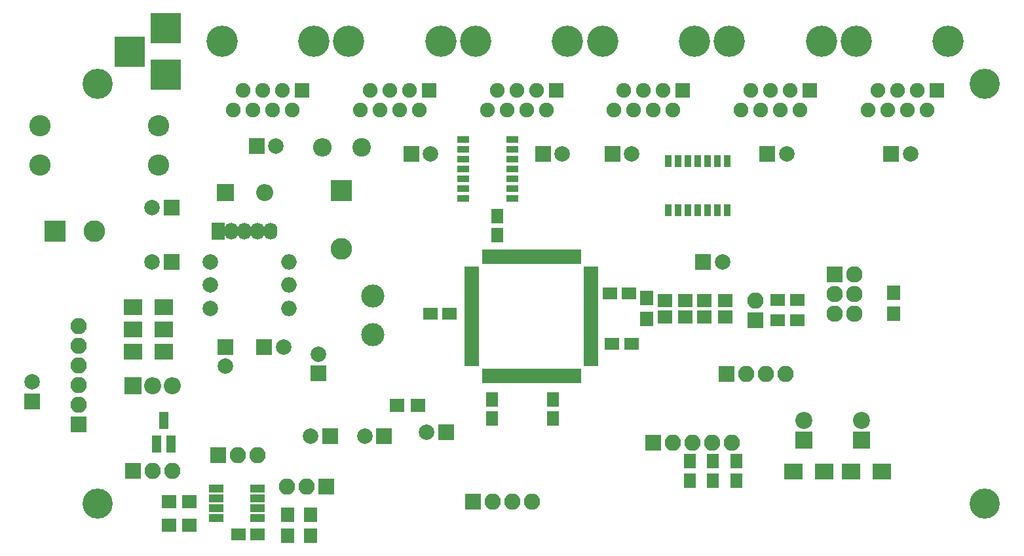
<source format=gts>
G04 #@! TF.FileFunction,Soldermask,Top*
%FSLAX46Y46*%
G04 Gerber Fmt 4.6, Leading zero omitted, Abs format (unit mm)*
G04 Created by KiCad (PCBNEW 4.0.6) date 03/07/19 03:04:05*
%MOMM*%
%LPD*%
G01*
G04 APERTURE LIST*
%ADD10C,0.100000*%
%ADD11R,0.950000X1.900000*%
%ADD12R,1.900000X0.950000*%
%ADD13C,4.050000*%
%ADD14R,1.900000X1.900000*%
%ADD15C,1.900000*%
%ADD16R,2.000000X2.000000*%
%ADD17C,2.000000*%
%ADD18R,2.100000X2.100000*%
%ADD19O,2.100000X2.100000*%
%ADD20R,2.127200X2.127200*%
%ADD21O,2.127200X2.127200*%
%ADD22R,2.400000X2.100000*%
%ADD23R,1.950000X1.000000*%
%ADD24R,3.900000X3.900000*%
%ADD25R,2.200000X2.200000*%
%ADD26C,2.200000*%
%ADD27R,0.908000X1.543000*%
%ADD28R,1.543000X0.908000*%
%ADD29R,1.200000X2.300000*%
%ADD30C,2.750000*%
%ADD31R,1.650000X1.900000*%
%ADD32R,1.900000X1.650000*%
%ADD33R,2.800000X2.800000*%
%ADD34C,2.800000*%
%ADD35R,1.700000X1.900000*%
%ADD36R,1.900000X1.700000*%
%ADD37C,3.900000*%
%ADD38O,2.200000X2.200000*%
%ADD39C,3.000000*%
%ADD40R,1.750000X2.200000*%
%ADD41O,1.750000X2.200000*%
%ADD42O,2.000000X2.000000*%
%ADD43C,2.400000*%
%ADD44O,2.400000X2.400000*%
G04 APERTURE END LIST*
D10*
D11*
X147850000Y-91140000D03*
X147050000Y-91140000D03*
X146250000Y-91140000D03*
X145450000Y-91140000D03*
X144650000Y-91140000D03*
X143850000Y-91140000D03*
X143050000Y-91140000D03*
X142250000Y-91140000D03*
X141450000Y-91140000D03*
X140650000Y-91140000D03*
X139850000Y-91140000D03*
X139050000Y-91140000D03*
X138250000Y-91140000D03*
X137450000Y-91140000D03*
X136650000Y-91140000D03*
X135850000Y-91140000D03*
D12*
X134150000Y-92840000D03*
X134150000Y-93640000D03*
X134150000Y-94440000D03*
X134150000Y-95240000D03*
X134150000Y-96040000D03*
X134150000Y-96840000D03*
X134150000Y-97640000D03*
X134150000Y-98440000D03*
X134150000Y-99240000D03*
X134150000Y-100040000D03*
X134150000Y-100840000D03*
X134150000Y-101640000D03*
X134150000Y-102440000D03*
X134150000Y-103240000D03*
X134150000Y-104040000D03*
X134150000Y-104840000D03*
D11*
X135850000Y-106540000D03*
X136650000Y-106540000D03*
X137450000Y-106540000D03*
X138250000Y-106540000D03*
X139050000Y-106540000D03*
X139850000Y-106540000D03*
X140650000Y-106540000D03*
X141450000Y-106540000D03*
X142250000Y-106540000D03*
X143050000Y-106540000D03*
X143850000Y-106540000D03*
X144650000Y-106540000D03*
X145450000Y-106540000D03*
X146250000Y-106540000D03*
X147050000Y-106540000D03*
X147850000Y-106540000D03*
D12*
X149550000Y-104840000D03*
X149550000Y-104040000D03*
X149550000Y-103240000D03*
X149550000Y-102440000D03*
X149550000Y-101640000D03*
X149550000Y-100840000D03*
X149550000Y-100040000D03*
X149550000Y-99240000D03*
X149550000Y-98440000D03*
X149550000Y-97640000D03*
X149550000Y-96840000D03*
X149550000Y-96040000D03*
X149550000Y-95240000D03*
X149550000Y-94440000D03*
X149550000Y-93640000D03*
X149550000Y-92840000D03*
D13*
X183820000Y-63250000D03*
X195690000Y-63250000D03*
D14*
X194200000Y-69600000D03*
D15*
X192930000Y-72140000D03*
X191660000Y-69600000D03*
X190390000Y-72140000D03*
X189120000Y-69600000D03*
X187850000Y-72140000D03*
X186580000Y-69600000D03*
X185310000Y-72140000D03*
D16*
X95300000Y-91800000D03*
D17*
X92800000Y-91800000D03*
D16*
X115800000Y-114300000D03*
D17*
X113300000Y-114300000D03*
D16*
X122800000Y-114300000D03*
D17*
X120300000Y-114300000D03*
D16*
X164000000Y-91800000D03*
D17*
X166500000Y-91800000D03*
D16*
X130800000Y-113800000D03*
D17*
X128300000Y-113800000D03*
D18*
X134300000Y-122800000D03*
D19*
X136840000Y-122800000D03*
X139380000Y-122800000D03*
X141920000Y-122800000D03*
D18*
X157600000Y-115200000D03*
D19*
X160140000Y-115200000D03*
X162680000Y-115200000D03*
X165220000Y-115200000D03*
X167760000Y-115200000D03*
D20*
X181000000Y-93400000D03*
D21*
X183540000Y-93400000D03*
X181000000Y-95940000D03*
X183540000Y-95940000D03*
X181000000Y-98480000D03*
X183540000Y-98480000D03*
D13*
X167420000Y-63250000D03*
X179290000Y-63250000D03*
D14*
X177800000Y-69600000D03*
D15*
X176530000Y-72140000D03*
X175260000Y-69600000D03*
X173990000Y-72140000D03*
X172720000Y-69600000D03*
X171450000Y-72140000D03*
X170180000Y-69600000D03*
X168910000Y-72140000D03*
D13*
X151020000Y-63250000D03*
X162890000Y-63250000D03*
D14*
X161400000Y-69600000D03*
D15*
X160130000Y-72140000D03*
X158860000Y-69600000D03*
X157590000Y-72140000D03*
X156320000Y-69600000D03*
X155050000Y-72140000D03*
X153780000Y-69600000D03*
X152510000Y-72140000D03*
D13*
X134620000Y-63250000D03*
X146490000Y-63250000D03*
D14*
X145000000Y-69600000D03*
D15*
X143730000Y-72140000D03*
X142460000Y-69600000D03*
X141190000Y-72140000D03*
X139920000Y-69600000D03*
X138650000Y-72140000D03*
X137380000Y-69600000D03*
X136110000Y-72140000D03*
D13*
X118220000Y-63250000D03*
X130090000Y-63250000D03*
D14*
X128600000Y-69600000D03*
D15*
X127330000Y-72140000D03*
X126060000Y-69600000D03*
X124790000Y-72140000D03*
X123520000Y-69600000D03*
X122250000Y-72140000D03*
X120980000Y-69600000D03*
X119710000Y-72140000D03*
D13*
X101820000Y-63250000D03*
X113690000Y-63250000D03*
D14*
X112200000Y-69600000D03*
D15*
X110930000Y-72140000D03*
X109660000Y-69600000D03*
X108390000Y-72140000D03*
X107120000Y-69600000D03*
X105850000Y-72140000D03*
X104580000Y-69600000D03*
X103310000Y-72140000D03*
D22*
X90300000Y-100500000D03*
X94300000Y-100500000D03*
X94300000Y-97600000D03*
X90300000Y-97600000D03*
X94300000Y-103400000D03*
X90300000Y-103400000D03*
D23*
X106450000Y-124875000D03*
X106450000Y-123605000D03*
X106450000Y-122335000D03*
X106450000Y-121065000D03*
X101050000Y-121065000D03*
X101050000Y-122335000D03*
X101050000Y-123605000D03*
X101050000Y-124875000D03*
D24*
X94600000Y-67600000D03*
X94600000Y-61600000D03*
X89900000Y-64600000D03*
D18*
X115300000Y-120800000D03*
D19*
X112760000Y-120800000D03*
X110220000Y-120800000D03*
D25*
X184500000Y-114800000D03*
D26*
X184500000Y-112260000D03*
D25*
X177000000Y-114800000D03*
D26*
X177000000Y-112260000D03*
D22*
X187100000Y-118900000D03*
X183100000Y-118900000D03*
X179700000Y-118900000D03*
X175700000Y-118900000D03*
D27*
X159490000Y-85102000D03*
X160760000Y-85102000D03*
X162030000Y-85102000D03*
X163300000Y-85102000D03*
X164570000Y-85102000D03*
X165840000Y-85102000D03*
X167110000Y-85102000D03*
X167110000Y-78752000D03*
X165840000Y-78752000D03*
X163300000Y-78752000D03*
X162030000Y-78752000D03*
X160760000Y-78752000D03*
X159490000Y-78752000D03*
X164570000Y-78752000D03*
D28*
X132998000Y-75990000D03*
X132998000Y-77260000D03*
X132998000Y-78530000D03*
X132998000Y-79800000D03*
X132998000Y-81070000D03*
X132998000Y-82340000D03*
X132998000Y-83610000D03*
X139348000Y-83610000D03*
X139348000Y-82340000D03*
X139348000Y-79800000D03*
X139348000Y-78530000D03*
X139348000Y-77260000D03*
X139348000Y-75990000D03*
X139348000Y-81070000D03*
D29*
X93350000Y-115300000D03*
X95250000Y-115300000D03*
X94300000Y-112300000D03*
D18*
X101300000Y-116800000D03*
D19*
X103840000Y-116800000D03*
X106380000Y-116800000D03*
D18*
X90300000Y-118800000D03*
D19*
X92840000Y-118800000D03*
X95380000Y-118800000D03*
D18*
X170800000Y-99300000D03*
D19*
X170800000Y-96760000D03*
D18*
X167050000Y-106300000D03*
D19*
X169590000Y-106300000D03*
X172130000Y-106300000D03*
X174670000Y-106300000D03*
D30*
X93620000Y-74200000D03*
X93620000Y-79280000D03*
X78300000Y-74200000D03*
X78300000Y-79280000D03*
D18*
X83300000Y-112800000D03*
D19*
X83300000Y-110260000D03*
X83300000Y-107720000D03*
X83300000Y-105180000D03*
X83300000Y-102640000D03*
X83300000Y-100100000D03*
D31*
X162300000Y-117550000D03*
X162300000Y-120050000D03*
X165300000Y-117550000D03*
X165300000Y-120050000D03*
X168300000Y-117550000D03*
X168300000Y-120050000D03*
D32*
X131250000Y-98500000D03*
X128750000Y-98500000D03*
X152250000Y-102400000D03*
X154750000Y-102400000D03*
D31*
X137400000Y-88350000D03*
X137400000Y-85850000D03*
X136700000Y-109550000D03*
X136700000Y-112050000D03*
X144600000Y-109550000D03*
X144600000Y-112050000D03*
D32*
X154450000Y-95900000D03*
X151950000Y-95900000D03*
D33*
X80300000Y-87800000D03*
D34*
X85300000Y-87800000D03*
D32*
X106425000Y-127050000D03*
X103925000Y-127050000D03*
X173650000Y-99300000D03*
X176150000Y-99300000D03*
X173650000Y-96700000D03*
X176150000Y-96700000D03*
D35*
X156700000Y-99150000D03*
X156700000Y-96450000D03*
D36*
X124450000Y-110300000D03*
X127150000Y-110300000D03*
X97650000Y-125800000D03*
X94950000Y-125800000D03*
X94950000Y-122800000D03*
X97650000Y-122800000D03*
D35*
X110300000Y-124450000D03*
X110300000Y-127150000D03*
X188600000Y-98450000D03*
X188600000Y-95750000D03*
X113300000Y-124450000D03*
X113300000Y-127150000D03*
D36*
X164150000Y-96800000D03*
X166850000Y-96800000D03*
X164150000Y-98900000D03*
X166850000Y-98900000D03*
X161750000Y-96800000D03*
X159050000Y-96800000D03*
D37*
X85800000Y-123000000D03*
X200400000Y-123000000D03*
X200400000Y-68800000D03*
X85800000Y-68800000D03*
D36*
X161750000Y-98900000D03*
X159050000Y-98900000D03*
D25*
X90300000Y-107800000D03*
D38*
X92840000Y-107800000D03*
X95380000Y-107800000D03*
D25*
X102300000Y-82800000D03*
D38*
X107380000Y-82800000D03*
D39*
X121300000Y-96200000D03*
X121300000Y-101200000D03*
D40*
X101300000Y-87800000D03*
D41*
X103000000Y-87800000D03*
X104700000Y-87800000D03*
X106400000Y-87800000D03*
X108100000Y-87800000D03*
D33*
X117300000Y-82600000D03*
D34*
X117300000Y-90100000D03*
D17*
X100300000Y-97800000D03*
D42*
X110460000Y-97800000D03*
D17*
X100300000Y-91800000D03*
D42*
X110460000Y-91800000D03*
D17*
X100300000Y-94800000D03*
D42*
X110460000Y-94800000D03*
D16*
X107300000Y-102800000D03*
D17*
X109800000Y-102800000D03*
D16*
X95300000Y-84800000D03*
D17*
X92800000Y-84800000D03*
D43*
X119900000Y-77000000D03*
D44*
X114820000Y-77000000D03*
D16*
X114300000Y-106200000D03*
D17*
X114300000Y-103700000D03*
D16*
X102300000Y-102800000D03*
D17*
X102300000Y-105300000D03*
D16*
X77300000Y-109800000D03*
D17*
X77300000Y-107300000D03*
D16*
X172300000Y-77800000D03*
D17*
X174800000Y-77800000D03*
D16*
X188300000Y-77800000D03*
D17*
X190800000Y-77800000D03*
D16*
X152300000Y-77800000D03*
D17*
X154800000Y-77800000D03*
D16*
X106300000Y-76800000D03*
D17*
X108800000Y-76800000D03*
D16*
X126300000Y-77800000D03*
D17*
X128800000Y-77800000D03*
D16*
X143300000Y-77800000D03*
D17*
X145800000Y-77800000D03*
M02*

</source>
